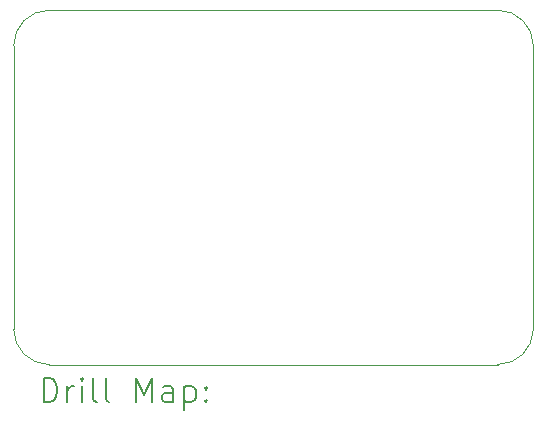
<source format=gbr>
%TF.GenerationSoftware,KiCad,Pcbnew,8.0.9*%
%TF.CreationDate,2025-04-23T02:57:46-04:00*%
%TF.ProjectId,digital-gate-driver,64696769-7461-46c2-9d67-6174652d6472,rev?*%
%TF.SameCoordinates,Original*%
%TF.FileFunction,Drillmap*%
%TF.FilePolarity,Positive*%
%FSLAX45Y45*%
G04 Gerber Fmt 4.5, Leading zero omitted, Abs format (unit mm)*
G04 Created by KiCad (PCBNEW 8.0.9) date 2025-04-23 02:57:46*
%MOMM*%
%LPD*%
G01*
G04 APERTURE LIST*
%ADD10C,0.100000*%
%ADD11C,0.200000*%
G04 APERTURE END LIST*
D10*
X17414000Y-7580000D02*
X17414000Y-7580000D01*
G75*
G02*
X17714000Y-7880000I0J-300000D01*
G01*
X17714000Y-10280000D01*
G75*
G02*
X17414000Y-10580000I-300000J0D01*
G01*
X13614000Y-10580000D01*
G75*
G02*
X13314000Y-10280000I0J300000D01*
G01*
X13314000Y-7880000D01*
G75*
G02*
X13614000Y-7580000I300000J0D01*
G01*
X17414000Y-7580000D01*
D11*
X13569777Y-10896484D02*
X13569777Y-10696484D01*
X13569777Y-10696484D02*
X13617396Y-10696484D01*
X13617396Y-10696484D02*
X13645967Y-10706008D01*
X13645967Y-10706008D02*
X13665015Y-10725055D01*
X13665015Y-10725055D02*
X13674539Y-10744103D01*
X13674539Y-10744103D02*
X13684062Y-10782198D01*
X13684062Y-10782198D02*
X13684062Y-10810769D01*
X13684062Y-10810769D02*
X13674539Y-10848865D01*
X13674539Y-10848865D02*
X13665015Y-10867912D01*
X13665015Y-10867912D02*
X13645967Y-10886960D01*
X13645967Y-10886960D02*
X13617396Y-10896484D01*
X13617396Y-10896484D02*
X13569777Y-10896484D01*
X13769777Y-10896484D02*
X13769777Y-10763150D01*
X13769777Y-10801246D02*
X13779301Y-10782198D01*
X13779301Y-10782198D02*
X13788824Y-10772674D01*
X13788824Y-10772674D02*
X13807872Y-10763150D01*
X13807872Y-10763150D02*
X13826920Y-10763150D01*
X13893586Y-10896484D02*
X13893586Y-10763150D01*
X13893586Y-10696484D02*
X13884062Y-10706008D01*
X13884062Y-10706008D02*
X13893586Y-10715531D01*
X13893586Y-10715531D02*
X13903110Y-10706008D01*
X13903110Y-10706008D02*
X13893586Y-10696484D01*
X13893586Y-10696484D02*
X13893586Y-10715531D01*
X14017396Y-10896484D02*
X13998348Y-10886960D01*
X13998348Y-10886960D02*
X13988824Y-10867912D01*
X13988824Y-10867912D02*
X13988824Y-10696484D01*
X14122158Y-10896484D02*
X14103110Y-10886960D01*
X14103110Y-10886960D02*
X14093586Y-10867912D01*
X14093586Y-10867912D02*
X14093586Y-10696484D01*
X14350729Y-10896484D02*
X14350729Y-10696484D01*
X14350729Y-10696484D02*
X14417396Y-10839341D01*
X14417396Y-10839341D02*
X14484062Y-10696484D01*
X14484062Y-10696484D02*
X14484062Y-10896484D01*
X14665015Y-10896484D02*
X14665015Y-10791722D01*
X14665015Y-10791722D02*
X14655491Y-10772674D01*
X14655491Y-10772674D02*
X14636443Y-10763150D01*
X14636443Y-10763150D02*
X14598348Y-10763150D01*
X14598348Y-10763150D02*
X14579301Y-10772674D01*
X14665015Y-10886960D02*
X14645967Y-10896484D01*
X14645967Y-10896484D02*
X14598348Y-10896484D01*
X14598348Y-10896484D02*
X14579301Y-10886960D01*
X14579301Y-10886960D02*
X14569777Y-10867912D01*
X14569777Y-10867912D02*
X14569777Y-10848865D01*
X14569777Y-10848865D02*
X14579301Y-10829817D01*
X14579301Y-10829817D02*
X14598348Y-10820293D01*
X14598348Y-10820293D02*
X14645967Y-10820293D01*
X14645967Y-10820293D02*
X14665015Y-10810769D01*
X14760253Y-10763150D02*
X14760253Y-10963150D01*
X14760253Y-10772674D02*
X14779301Y-10763150D01*
X14779301Y-10763150D02*
X14817396Y-10763150D01*
X14817396Y-10763150D02*
X14836443Y-10772674D01*
X14836443Y-10772674D02*
X14845967Y-10782198D01*
X14845967Y-10782198D02*
X14855491Y-10801246D01*
X14855491Y-10801246D02*
X14855491Y-10858388D01*
X14855491Y-10858388D02*
X14845967Y-10877436D01*
X14845967Y-10877436D02*
X14836443Y-10886960D01*
X14836443Y-10886960D02*
X14817396Y-10896484D01*
X14817396Y-10896484D02*
X14779301Y-10896484D01*
X14779301Y-10896484D02*
X14760253Y-10886960D01*
X14941205Y-10877436D02*
X14950729Y-10886960D01*
X14950729Y-10886960D02*
X14941205Y-10896484D01*
X14941205Y-10896484D02*
X14931682Y-10886960D01*
X14931682Y-10886960D02*
X14941205Y-10877436D01*
X14941205Y-10877436D02*
X14941205Y-10896484D01*
X14941205Y-10772674D02*
X14950729Y-10782198D01*
X14950729Y-10782198D02*
X14941205Y-10791722D01*
X14941205Y-10791722D02*
X14931682Y-10782198D01*
X14931682Y-10782198D02*
X14941205Y-10772674D01*
X14941205Y-10772674D02*
X14941205Y-10791722D01*
M02*

</source>
